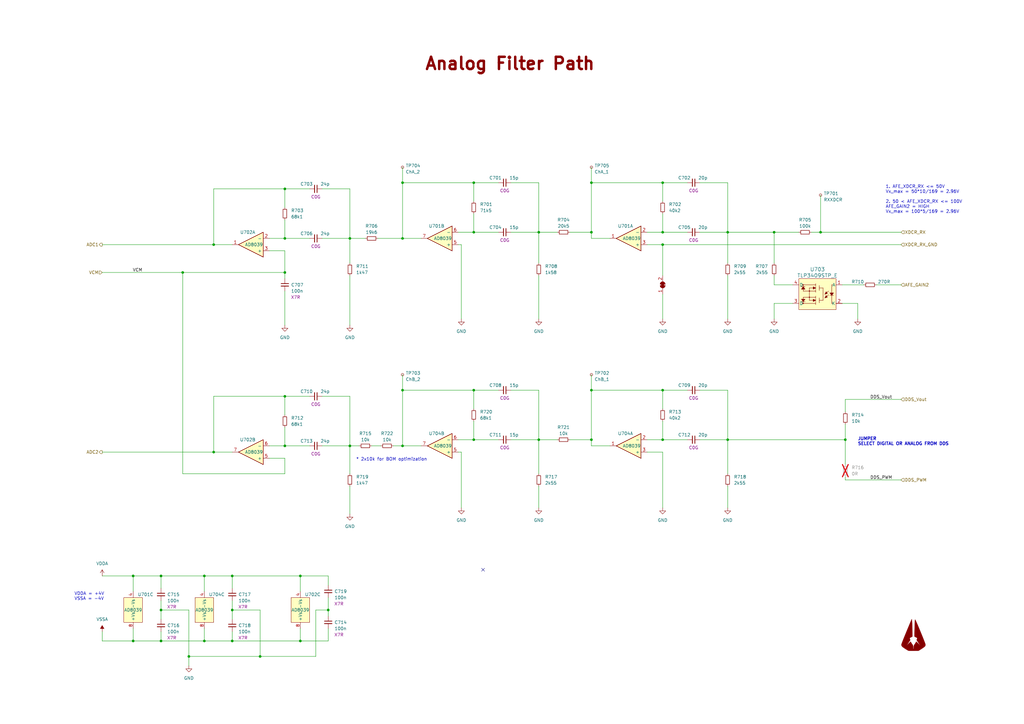
<source format=kicad_sch>
(kicad_sch (version 20230121) (generator eeschema)
  (paper "A3")
  (title_block (title "Velocity Sensor - Version 04") (date "2023-09-07") (rev "A") (company "Swiss Ocean Tech AG") (comment 1 "Designer: SNI, EVE"))
  (lib_symbols
    (symbol "Connector:TestPoint_Small" (pin_numbers hide) (pin_names (offset 0.762) hide)
      (property "Reference" "TP" (at 0 3.81 0))
      (property "Value" "TestPoint_Small" (at 0 2.032 0))
      (symbol "TestPoint_Small_0_1"
        (circle (center 0 0) (radius 0.508))
      )
      (symbol "TestPoint_Small_1_1"
        (pin passive line (at 0 0 90) (length 0) (name "1") (number "1"))
      )
    )
    (symbol "Device:C_Small" (pin_numbers hide) (pin_names (offset 0.254) hide)
      (property "Reference" "C" (at 0.254 1.778 0))
      (property "Value" "C_Small" (at 0.254 -2.032 0))
      (symbol "C_Small_0_1"
        (polyline (pts (xy -1.524 -0.508) (xy 1.524 -0.508)) (stroke (width 0.3302)))
        (polyline (pts (xy -1.524 0.508) (xy 1.524 0.508)) (stroke (width 0.3048)))
      )
      (symbol "C_Small_1_1"
        (pin passive line (at 0 2.54 270) (length 2.032) (name "~") (number "1"))
        (pin passive line (at 0 -2.54 90) (length 2.032) (name "~") (number "2"))
      )
    )
    (symbol "Device:R_Small" (pin_numbers hide) (pin_names (offset 0.254) hide)
      (property "Reference" "R" (at 0.762 0.508 0))
      (property "Value" "R_Small" (at 0.762 -1.016 0))
      (symbol "R_Small_0_1"
        (rectangle (start -0.762 1.778) (end 0.762 -1.778) (stroke (width 0.2032)))
      )
      (symbol "R_Small_1_1"
        (pin passive line (at 0 2.54 270) (length 0.762) (name "~") (number "1"))
        (pin passive line (at 0 -2.54 90) (length 0.762) (name "~") (number "2"))
      )
    )
    (symbol "Jumper:SolderJumper_2_Bridged" (pin_names (offset 0) hide)
      (property "Reference" "JP" (at 0 2.032 0))
      (property "Value" "SolderJumper_2_Bridged" (at 0 -2.54 0))
      (symbol "SolderJumper_2_Bridged_0_1"
        (rectangle (start -0.508 0.508) (end 0.508 -0.508) (fill (type outline)))
        (arc (start -0.254 1.016) (mid -1.2656 0) (end -0.254 -1.016))
        (arc (start -0.254 1.016) (mid -1.2656 0) (end -0.254 -1.016) (fill (type outline)))
        (polyline (pts (xy -0.254 1.016) (xy -0.254 -1.016)))
        (polyline (pts (xy 0.254 1.016) (xy 0.254 -1.016)))
        (arc (start 0.254 -1.016) (mid 1.2656 0) (end 0.254 1.016))
        (arc (start 0.254 -1.016) (mid 1.2656 0) (end 0.254 1.016) (fill (type outline)))
      )
      (symbol "SolderJumper_2_Bridged_1_1"
        (pin passive line (at -3.81 0 0) (length 2.54) (name "A") (number "1"))
        (pin passive line (at 3.81 0 180) (length 2.54) (name "B") (number "2"))
      )
    )
    (symbol "SOC_Logo:LOGO_AGU" (pin_names (offset 1.016))
      (symbol "LOGO_AGU_0_0"
        (polyline (pts (xy 0.0878 -6.5817) (xy 2.0806 -6.5616) (xy 3.3428 -5.7571) (xy 3.7441 -5.4975) (xy 4.1782 -5.1993) (xy 4.4948 -4.9505) (xy 4.7116 -4.7326) (xy 4.8463 -4.5267) (xy 4.9169 -4.3143) (xy 4.9409 -4.0766) (xy 4.9154 -3.9495) (xy 4.8325 -3.6865) (xy 4.6982 -3.3067) (xy 4.5188 -2.8254) (xy 4.3007 -2.2577) (xy 4.05 -1.619) (xy 3.7733 -0.9245) (xy 3.4766 -0.1893) (xy 3.1665 0.5711) (xy 2.8491 1.3417) (xy 2.5308 2.1072) (xy 2.2179 2.8523) (xy 1.9167 3.5617) (xy 1.6335 4.2204) (xy 1.3746 4.8129) (xy 1.1463 5.3242) (xy 0.9549 5.7389) (xy 0.8068 6.0417) (xy 0.7083 6.2176) (xy 0.6655 6.2512) (xy 0.6594 6.2245) (xy 0.6355 6.0296) (xy 0.609 5.6969) (xy 0.5808 5.2509) (xy 0.552 4.7161) (xy 0.5238 4.117) (xy 0.497 3.4782) (xy 0.4728 2.8243) (xy 0.4522 2.1797) (xy 0.4363 1.569) (xy 0.4261 1.0167) (xy 0.4226 0.5474) (xy 0.4233 -0.7256) (xy 0.9737 -0.997) (xy 1.0044 -1.0123) (xy 1.2673 -1.1558) (xy 1.4534 -1.2798) (xy 1.524 -1.3587) (xy 1.52 -1.3999) (xy 1.486 -1.5814) (xy 1.4284 -1.8285) (xy 1.3328 -2.2081) (xy 2.069 -3.3265) (xy 2.8051 -4.445) (xy 1.9857 -3.6149) (xy 1.8886 -3.5169) (xy 1.6022 -3.2321) (xy 1.368 -3.0054) (xy 1.2078 -2.8578) (xy 1.1438 -2.8106) (xy 1.1291 -2.8341) (xy 1.0553 -2.9712) (xy 0.9465 -3.1834) (xy 0.8709 -3.3218) (xy 0.6802 -3.628) (xy 0.4746 -3.9194) (xy 0.4606 -3.9379) (xy 0.328 -4.1239) (xy 0.241 -4.2924) (xy 0.1861 -4.4902) (xy 0.1499 -4.7638) (xy 0.1191 -5.1598) (xy 0.0991 -5.4109) (xy 0.0656 -5.7207) (xy 0.0311 -5.9327) (xy 0.0006 -6.0113) (xy -0.0192 -5.9745) (xy -0.0524 -5.8018) (xy -0.0859 -5.52) (xy -0.1147 -5.1648) (xy -0.1178 -5.1177) (xy -0.1471 -4.7382) (xy -0.1835 -4.476) (xy -0.2406 -4.2844) (xy -0.3319 -4.1161) (xy -0.4709 -3.9244) (xy -0.5847 -3.7681) (xy -0.7898 -3.4569) (xy -0.9465 -3.1834) (xy -1 -3.0781) (xy -1.0944 -2.8962) (xy -1.1401 -2.8143) (xy -1.1482 -2.8175) (xy -1.244 -2.8995) (xy -1.4299 -3.0744) (xy -1.6837 -3.3211) (xy -1.9833 -3.6186) (xy -2.8079 -4.445) (xy -2.0704 -3.3265) (xy -1.3329 -2.2081) (xy -1.4284 -1.8285) (xy -1.4555 -1.7172) (xy -1.5046 -1.4903) (xy -1.524 -1.3587) (xy -1.5232 -1.3532) (xy -1.4385 -1.2683) (xy -1.2425 -1.1411) (xy -0.9737 -0.997) (xy -0.4233 -0.7256) (xy -0.422 0.5474) (xy -0.4224 0.7045) (xy -0.4282 1.1676) (xy -0.4401 1.708) (xy -0.457 2.3034) (xy -0.478 2.9313) (xy -0.5022 3.5693) (xy -0.5285 4.195) (xy -0.556 4.7859) (xy -0.5837 5.3197) (xy -0.6106 5.7739) (xy -0.6359 6.1261) (xy -0.6584 6.3538) (xy -0.6772 6.4347) (xy -0.6851 6.4237) (xy -0.748 6.2919) (xy -0.8679 6.0213) (xy -1.0392 5.6251) (xy -1.2564 5.1162) (xy -1.5139 4.5075) (xy -1.8064 3.8121) (xy -2.1282 3.043) (xy -2.4739 2.213) (xy -2.838 1.3353) (xy -3.0126 0.9132) (xy -3.4507 -0.1505) (xy -3.8259 -1.0691) (xy -4.1412 -1.8502) (xy -4.3995 -2.5015) (xy -4.6039 -3.0306) (xy -4.7572 -3.4451) (xy -4.8625 -3.7527) (xy -4.9228 -3.9611) (xy -4.9409 -4.0779) (xy -4.9399 -4.1077) (xy -4.9062 -4.3573) (xy -4.8153 -4.583) (xy -4.6487 -4.8055) (xy -4.3879 -5.0452) (xy -4.0142 -5.3226) (xy -3.5091 -5.6582) (xy -3.3266 -5.7751) (xy -2.9347 -6.0221) (xy -2.588 -6.2356) (xy -2.3187 -6.3957) (xy -2.159 -6.4828) (xy -2.1376 -6.4921) (xy -2.0042 -6.5296) (xy -1.8028 -6.5568) (xy -1.5131 -6.5748) (xy -1.115 -6.5843) (xy -0.5881 -6.5863) (xy 0.0878 -6.5817)) (stroke (width 0.01)) (fill (type outline)))
      )
    )
    (symbol "SOC_Misc:TLP3409STP_E" (pin_names (offset 0.254))
      (property "Reference" "U" (at 7.62 3.81 0))
      (property "Value" "TLP3409STP_E" (at 7.62 1.27 0))
      (symbol "TLP3409STP_E_0_1"
        (polyline (pts (xy -2.54 -10.16) (xy 0 -10.16)))
        (polyline (pts (xy 0 -2.54) (xy 0 -2.54)))
        (polyline (pts (xy 1.016 -6.858) (xy 2.54 -6.858)))
        (polyline (pts (xy 1.7272 -2.5146) (xy 1.397 -2.5146)))
        (polyline (pts (xy 1.7526 -10.16) (xy 1.4224 -10.16)))
        (polyline (pts (xy 1.778 -10.16) (xy 1.778 -6.858)))
        (polyline (pts (xy 1.778 -2.54) (xy 1.778 -5.842)))
        (polyline (pts (xy 4.572 -7.874) (xy 3.048 -6.604)))
        (polyline (pts (xy 4.572 -6.35) (xy 3.048 -5.08)))
        (polyline (pts (xy 5.334 -3.81) (xy 5.334 -8.89)))
        (polyline (pts (xy 6.858 -8.89) (xy 5.334 -8.89)))
        (polyline (pts (xy 6.858 -7.874) (xy 6.858 -9.906)))
        (polyline (pts (xy 6.858 -3.81) (xy 5.334 -3.81)))
        (polyline (pts (xy 6.858 -2.794) (xy 6.858 -4.826)))
        (polyline (pts (xy 8.382 -10.16) (xy 13.4366 -10.16)))
        (polyline (pts (xy 8.382 -9.652) (xy 8.382 -10.668)))
        (polyline (pts (xy 8.382 -8.382) (xy 8.382 -9.398)))
        (polyline (pts (xy 8.382 -7.62) (xy 13.462 -7.62)))
        (polyline (pts (xy 8.382 -7.112) (xy 8.382 -8.128)))
        (polyline (pts (xy 8.382 -5.08) (xy 13.462 -5.08)))
        (polyline (pts (xy 8.382 -4.572) (xy 8.382 -5.588)))
        (polyline (pts (xy 8.382 -3.302) (xy 8.382 -4.318)))
        (polyline (pts (xy 8.382 -2.54) (xy 13.4366 -2.54)))
        (polyline (pts (xy 8.382 -2.032) (xy 8.382 -3.048)))
        (polyline (pts (xy 9.398 -8.89) (xy 10.922 -8.89)))
        (polyline (pts (xy 9.398 -3.81) (xy 10.922 -3.81)))
        (polyline (pts (xy 10.922 -3.81) (xy 10.922 -8.89)))
        (polyline (pts (xy 12.7 -9.398) (xy 14.224 -9.398)))
        (polyline (pts (xy 12.7 -3.302) (xy 14.224 -3.302)))
        (polyline (pts (xy 13.462 -9.398) (xy 13.462 -10.16)))
        (polyline (pts (xy 13.462 -7.62) (xy 13.462 -8.382)))
        (polyline (pts (xy 13.462 -4.318) (xy 13.462 -5.08)))
        (polyline (pts (xy 13.462 -2.54) (xy 13.462 -3.302)))
        (polyline (pts (xy 13.97 -10.16) (xy 13.6398 -10.16)))
        (polyline (pts (xy 13.97 -2.54) (xy 13.6398 -2.54)))
        (polyline (pts (xy 1.016 -5.842) (xy 1.016 -5.842) (xy 2.54 -5.842) (xy 1.778 -6.858) (xy 1.016 -5.842)) (fill (type outline)))
        (polyline (pts (xy 4.572 -7.874) (xy 4.572 -7.874) (xy 4.064 -6.858) (xy 3.556 -7.62) (xy 4.572 -7.874)) (fill (type outline)))
        (polyline (pts (xy 4.572 -6.35) (xy 4.572 -6.35) (xy 4.064 -5.334) (xy 3.556 -6.096) (xy 4.572 -6.35)) (fill (type outline)))
        (polyline (pts (xy 8.382 -8.89) (xy 8.382 -8.89) (xy 9.398 -8.382) (xy 9.398 -9.398) (xy 8.382 -8.89)) (fill (type outline)))
        (polyline (pts (xy 8.382 -3.81) (xy 8.382 -3.81) (xy 9.398 -3.302) (xy 9.398 -4.318) (xy 8.382 -3.81)) (fill (type outline)))
        (polyline (pts (xy 12.7 -8.382) (xy 12.7 -8.382) (xy 14.224 -8.382) (xy 13.462 -9.398) (xy 12.7 -8.382)) (fill (type outline)))
        (polyline (pts (xy 13.462 -3.302) (xy 13.462 -3.302) (xy 12.7 -4.318) (xy 14.224 -4.318) (xy 13.462 -3.302)) (fill (type outline)))
        (circle (center 10.922 -7.62) (radius 0.127) (stroke (width 0.254)))
        (circle (center 10.922 -5.08) (radius 0.127) (stroke (width 0.254)))
        (circle (center 13.462 -10.16) (radius 0.127) (stroke (width 0.254)))
        (circle (center 13.462 -2.54) (radius 0.127) (stroke (width 0.254)))
      )
      (symbol "TLP3409STP_E_1_1"
        (rectangle (start 0 0) (end 15.24 -12.7) (fill (type background)))
        (pin unspecified line (at -2.54 -2.54 0) (length 2.54) (name "A") (number "1"))
        (pin unspecified line (at -2.54 -10.16 0) (length 2.54) (name "K") (number "2"))
        (pin unspecified line (at 17.78 -10.16 180) (length 2.54) (name "D") (number "3"))
        (pin unspecified line (at 17.78 -2.54 180) (length 2.54) (name "D") (number "4"))
      )
    )
    (symbol "SOC_OpAmp:AD8039"
      (property "Reference" "U" (at -3.81 6.35 0))
      (property "Value" "AD8039" (at 0 0 0))
      (symbol "AD8039_1_1"
        (polyline (pts (xy -3.81 5.08) (xy 6.35 0) (xy -3.81 -5.08) (xy -3.81 5.08)) (stroke (width 0.254)) (fill (type background)))
        (pin output line (at 8.89 0 180) (length 2.54) (name "~") (number "1"))
        (pin input line (at -6.35 -2.54 0) (length 2.54) (name "-") (number "2"))
        (pin input line (at -6.35 2.54 0) (length 2.54) (name "+") (number "3"))
      )
      (symbol "AD8039_2_1"
        (polyline (pts (xy -3.81 5.08) (xy 6.35 0) (xy -3.81 -5.08) (xy -3.81 5.08)) (stroke (width 0.254)) (fill (type background)))
        (pin input line (at -6.35 2.54 0) (length 2.54) (name "+") (number "5"))
        (pin input line (at -6.35 -2.54 0) (length 2.54) (name "-") (number "6"))
        (pin output line (at 8.89 0 180) (length 2.54) (name "~") (number "7"))
      )
      (symbol "AD8039_3_1"
        (rectangle (start -3.81 5.08) (end 3.81 -5.08) (fill (type background)))
        (pin power_in line (at 0 -7.62 90) (length 2.54) (name "-Vs") (number "4"))
        (pin power_in line (at 0 7.62 270) (length 2.54) (name "+Vs") (number "8"))
      )
    )
    (symbol "power:GND" (power) (pin_names (offset 0))
      (property "Value" "GND" (at 0 -3.81 0))
      (symbol "GND_0_1"
        (polyline (pts (xy 0 0) (xy 0 -1.27) (xy 1.27 -1.27) (xy 0 -2.54) (xy -1.27 -1.27) (xy 0 -1.27)))
      )
      (symbol "GND_1_1"
        (pin power_in line (at 0 0 270) (length 0) hide (name "GND") (number "1"))
      )
    )
    (symbol "power:VDDA" (power) (pin_names (offset 0))
      (property "Value" "VDDA" (at 0 3.81 0))
      (symbol "VDDA_0_1"
        (polyline (pts (xy -0.762 1.27) (xy 0 2.54)))
        (polyline (pts (xy 0 0) (xy 0 2.54)))
        (polyline (pts (xy 0 2.54) (xy 0.762 1.27)))
      )
      (symbol "VDDA_1_1"
        (pin power_in line (at 0 0 90) (length 0) hide (name "VDDA") (number "1"))
      )
    )
    (symbol "power:VSSA" (power) (pin_names (offset 0))
      (property "Value" "VSSA" (at 0 3.81 0))
      (symbol "VSSA_0_1"
        (polyline (pts (xy 0 0) (xy 0 2.54)))
        (polyline (pts (xy 0.762 1.27) (xy -0.762 1.27) (xy 0 2.54) (xy 0.762 1.27)) (fill (type outline)))
      )
      (symbol "VSSA_1_1"
        (pin power_in line (at 0 0 90) (length 0) hide (name "VSSA") (number "1"))
      )
    )
  )
  (junction (at 54.61 262.89))
  (junction (at 194.31 180.34))
  (junction (at 271.78 100.33))
  (junction (at 87.63 100.33))
  (junction (at 165.1 160.02))
  (junction (at 298.45 95.25))
  (junction (at 242.57 95.25))
  (junction (at 66.04 236.22))
  (junction (at 242.57 74.93))
  (junction (at 95.25 236.22))
  (junction (at 116.84 162.56))
  (junction (at 123.19 236.22))
  (junction (at 271.78 160.02))
  (junction (at 95.25 262.89))
  (junction (at 346.71 180.34))
  (junction (at 194.31 160.02))
  (junction (at 194.31 74.93))
  (junction (at 116.84 97.79))
  (junction (at 83.82 236.22))
  (junction (at 66.04 250.19))
  (junction (at 116.84 182.88))
  (junction (at 317.5 95.25))
  (junction (at 123.19 262.89))
  (junction (at 194.31 95.25))
  (junction (at 116.84 77.47))
  (junction (at 298.45 180.34))
  (junction (at 336.55 95.25))
  (junction (at 220.98 95.25))
  (junction (at 106.68 269.24))
  (junction (at 242.57 180.34))
  (junction (at 74.93 111.76))
  (junction (at 165.1 182.88))
  (junction (at 165.1 74.93))
  (junction (at 87.63 185.42))
  (junction (at 83.82 262.89))
  (junction (at 271.78 95.25))
  (junction (at 143.51 182.88))
  (junction (at 271.78 74.93))
  (junction (at 66.04 262.89))
  (junction (at 95.25 250.19))
  (junction (at 116.84 111.76))
  (junction (at 271.78 180.34))
  (junction (at 134.62 250.19))
  (junction (at 165.1 97.79))
  (junction (at 242.57 160.02))
  (junction (at 220.98 180.34))
  (junction (at 143.51 97.79))
  (junction (at 54.61 236.22))
  (junction (at 77.47 269.24))
  (no_connect (at 198.12 233.68))
  (wire (pts (xy 298.45 95.25) (xy 298.45 107.95)))
  (wire (pts (xy 242.57 74.93) (xy 271.78 74.93)))
  (wire (pts (xy 187.96 180.34) (xy 194.31 180.34)))
  (wire (pts (xy 271.78 180.34) (xy 281.94 180.34)))
  (wire (pts (xy 298.45 180.34) (xy 298.45 194.31)))
  (wire (pts (xy 271.78 87.63) (xy 271.78 95.25)))
  (wire (pts (xy 83.82 262.89) (xy 95.25 262.89)))
  (wire (pts (xy 189.23 100.33) (xy 189.23 130.81)))
  (wire (pts (xy 209.55 95.25) (xy 220.98 95.25)))
  (wire (pts (xy 220.98 113.03) (xy 220.98 130.81)))
  (wire (pts (xy 152.4 182.88) (xy 156.21 182.88)))
  (wire (pts (xy 77.47 269.24) (xy 77.47 273.05)))
  (wire (pts (xy 41.91 111.76) (xy 74.93 111.76)))
  (wire (pts (xy 242.57 97.79) (xy 250.19 97.79)))
  (wire (pts (xy 134.62 245.11) (xy 134.62 250.19)))
  (wire (pts (xy 242.57 74.93) (xy 242.57 95.25)))
  (wire (pts (xy 95.25 262.89) (xy 95.25 259.08)))
  (wire (pts (xy 298.45 74.93) (xy 298.45 95.25)))
  (wire (pts (xy 271.78 185.42) (xy 271.78 208.28)))
  (wire (pts (xy 87.63 162.56) (xy 116.84 162.56)))
  (wire (pts (xy 336.55 95.25) (xy 369.57 95.25)))
  (wire (pts (xy 271.78 74.93) (xy 281.94 74.93)))
  (wire (pts (xy 134.62 257.81) (xy 134.62 262.89)))
  (wire (pts (xy 132.08 182.88) (xy 143.51 182.88)))
  (wire (pts (xy 165.1 160.02) (xy 194.31 160.02)))
  (wire (pts (xy 265.43 95.25) (xy 271.78 95.25)))
  (wire (pts (xy 165.1 182.88) (xy 172.72 182.88)))
  (wire (pts (xy 209.55 160.02) (xy 220.98 160.02)))
  (wire (pts (xy 271.78 100.33) (xy 271.78 113.03)))
  (wire (pts (xy 66.04 236.22) (xy 83.82 236.22)))
  (wire (pts (xy 271.78 172.72) (xy 271.78 180.34)))
  (wire (pts (xy 83.82 236.22) (xy 95.25 236.22)))
  (wire (pts (xy 116.84 194.31) (xy 74.93 194.31)))
  (wire (pts (xy 317.5 95.25) (xy 327.66 95.25)))
  (wire (pts (xy 143.51 199.39) (xy 143.51 210.82)))
  (wire (pts (xy 220.98 199.39) (xy 220.98 208.28)))
  (wire (pts (xy 116.84 119.38) (xy 116.84 133.35)))
  (wire (pts (xy 220.98 160.02) (xy 220.98 180.34)))
  (wire (pts (xy 66.04 262.89) (xy 66.04 259.08)))
  (wire (pts (xy 95.25 236.22) (xy 95.25 241.3)))
  (wire (pts (xy 242.57 182.88) (xy 250.19 182.88)))
  (wire (pts (xy 165.1 68.58) (xy 165.1 74.93)))
  (wire (pts (xy 95.25 250.19) (xy 106.68 250.19)))
  (wire (pts (xy 271.78 74.93) (xy 271.78 82.55)))
  (wire (pts (xy 87.63 185.42) (xy 87.63 162.56)))
  (wire (pts (xy 271.78 160.02) (xy 271.78 167.64)))
  (wire (pts (xy 116.84 182.88) (xy 127 182.88)))
  (wire (pts (xy 346.71 195.58) (xy 346.71 196.85)))
  (wire (pts (xy 298.45 199.39) (xy 298.45 208.28)))
  (wire (pts (xy 83.82 262.89) (xy 83.82 257.81)))
  (wire (pts (xy 346.71 173.99) (xy 346.71 180.34)))
  (wire (pts (xy 194.31 87.63) (xy 194.31 95.25)))
  (wire (pts (xy 41.91 100.33) (xy 87.63 100.33)))
  (wire (pts (xy 83.82 236.22) (xy 83.82 242.57)))
  (wire (pts (xy 110.49 97.79) (xy 116.84 97.79)))
  (wire (pts (xy 41.91 259.08) (xy 41.91 262.89)))
  (wire (pts (xy 154.94 97.79) (xy 165.1 97.79)))
  (wire (pts (xy 220.98 95.25) (xy 228.6 95.25)))
  (wire (pts (xy 345.44 116.84) (xy 354.33 116.84)))
  (wire (pts (xy 87.63 100.33) (xy 87.63 77.47)))
  (wire (pts (xy 41.91 236.22) (xy 54.61 236.22)))
  (wire (pts (xy 317.5 113.03) (xy 317.5 116.84)))
  (wire (pts (xy 242.57 160.02) (xy 271.78 160.02)))
  (wire (pts (xy 134.62 250.19) (xy 129.54 250.19)))
  (wire (pts (xy 143.51 97.79) (xy 149.86 97.79)))
  (wire (pts (xy 359.41 116.84) (xy 369.57 116.84)))
  (wire (pts (xy 95.25 250.19) (xy 95.25 254)))
  (wire (pts (xy 110.49 187.96) (xy 116.84 187.96)))
  (wire (pts (xy 194.31 172.72) (xy 194.31 180.34)))
  (wire (pts (xy 242.57 160.02) (xy 242.57 180.34)))
  (wire (pts (xy 116.84 162.56) (xy 116.84 170.18)))
  (wire (pts (xy 95.25 236.22) (xy 123.19 236.22)))
  (wire (pts (xy 116.84 175.26) (xy 116.84 182.88)))
  (wire (pts (xy 194.31 160.02) (xy 204.47 160.02)))
  (wire (pts (xy 346.71 180.34) (xy 346.71 190.5)))
  (wire (pts (xy 317.5 124.46) (xy 317.5 130.81)))
  (wire (pts (xy 116.84 162.56) (xy 127 162.56)))
  (wire (pts (xy 123.19 257.81) (xy 123.19 262.89)))
  (wire (pts (xy 336.55 80.01) (xy 336.55 95.25)))
  (wire (pts (xy 106.68 269.24) (xy 129.54 269.24)))
  (wire (pts (xy 66.04 250.19) (xy 77.47 250.19)))
  (wire (pts (xy 143.51 182.88) (xy 147.32 182.88)))
  (wire (pts (xy 220.98 180.34) (xy 228.6 180.34)))
  (wire (pts (xy 220.98 74.93) (xy 220.98 95.25)))
  (wire (pts (xy 116.84 97.79) (xy 127 97.79)))
  (wire (pts (xy 265.43 100.33) (xy 271.78 100.33)))
  (wire (pts (xy 165.1 182.88) (xy 165.1 160.02)))
  (wire (pts (xy 194.31 160.02) (xy 194.31 167.64)))
  (wire (pts (xy 143.51 97.79) (xy 143.51 107.95)))
  (wire (pts (xy 287.02 74.93) (xy 298.45 74.93)))
  (wire (pts (xy 116.84 111.76) (xy 116.84 102.87)))
  (wire (pts (xy 325.12 116.84) (xy 317.5 116.84)))
  (wire (pts (xy 129.54 250.19) (xy 129.54 269.24)))
  (wire (pts (xy 132.08 97.79) (xy 143.51 97.79)))
  (wire (pts (xy 265.43 185.42) (xy 271.78 185.42)))
  (wire (pts (xy 132.08 162.56) (xy 143.51 162.56)))
  (wire (pts (xy 116.84 187.96) (xy 116.84 194.31)))
  (wire (pts (xy 271.78 160.02) (xy 281.94 160.02)))
  (wire (pts (xy 345.44 124.46) (xy 351.79 124.46)))
  (wire (pts (xy 165.1 153.67) (xy 165.1 160.02)))
  (wire (pts (xy 242.57 68.58) (xy 242.57 74.93)))
  (wire (pts (xy 287.02 95.25) (xy 298.45 95.25)))
  (wire (pts (xy 95.25 246.38) (xy 95.25 250.19)))
  (wire (pts (xy 325.12 124.46) (xy 317.5 124.46)))
  (wire (pts (xy 287.02 180.34) (xy 298.45 180.34)))
  (wire (pts (xy 116.84 90.17) (xy 116.84 97.79)))
  (wire (pts (xy 242.57 180.34) (xy 242.57 182.88)))
  (wire (pts (xy 233.68 95.25) (xy 242.57 95.25)))
  (wire (pts (xy 106.68 269.24) (xy 106.68 250.19)))
  (wire (pts (xy 74.93 111.76) (xy 74.93 194.31)))
  (wire (pts (xy 41.91 262.89) (xy 54.61 262.89)))
  (wire (pts (xy 242.57 153.67) (xy 242.57 160.02)))
  (wire (pts (xy 134.62 262.89) (xy 123.19 262.89)))
  (wire (pts (xy 165.1 74.93) (xy 194.31 74.93)))
  (wire (pts (xy 298.45 160.02) (xy 298.45 180.34)))
  (wire (pts (xy 74.93 111.76) (xy 116.84 111.76)))
  (wire (pts (xy 143.51 182.88) (xy 143.51 194.31)))
  (wire (pts (xy 66.04 262.89) (xy 83.82 262.89)))
  (wire (pts (xy 298.45 95.25) (xy 317.5 95.25)))
  (wire (pts (xy 116.84 77.47) (xy 116.84 85.09)))
  (wire (pts (xy 194.31 95.25) (xy 204.47 95.25)))
  (wire (pts (xy 41.91 185.42) (xy 87.63 185.42)))
  (wire (pts (xy 265.43 180.34) (xy 271.78 180.34)))
  (wire (pts (xy 165.1 97.79) (xy 172.72 97.79)))
  (wire (pts (xy 87.63 185.42) (xy 95.25 185.42)))
  (wire (pts (xy 220.98 180.34) (xy 220.98 194.31)))
  (wire (pts (xy 110.49 102.87) (xy 116.84 102.87)))
  (wire (pts (xy 134.62 236.22) (xy 134.62 240.03)))
  (wire (pts (xy 187.96 100.33) (xy 189.23 100.33)))
  (wire (pts (xy 189.23 185.42) (xy 189.23 208.28)))
  (wire (pts (xy 143.51 162.56) (xy 143.51 182.88)))
  (wire (pts (xy 66.04 236.22) (xy 66.04 241.3)))
  (wire (pts (xy 77.47 269.24) (xy 106.68 269.24)))
  (wire (pts (xy 132.08 77.47) (xy 143.51 77.47)))
  (wire (pts (xy 54.61 257.81) (xy 54.61 262.89)))
  (wire (pts (xy 271.78 95.25) (xy 281.94 95.25)))
  (wire (pts (xy 87.63 77.47) (xy 116.84 77.47)))
  (wire (pts (xy 369.57 163.83) (xy 346.71 163.83)))
  (wire (pts (xy 209.55 180.34) (xy 220.98 180.34)))
  (wire (pts (xy 287.02 160.02) (xy 298.45 160.02)))
  (wire (pts (xy 271.78 100.33) (xy 369.57 100.33)))
  (wire (pts (xy 116.84 77.47) (xy 127 77.47)))
  (wire (pts (xy 123.19 236.22) (xy 134.62 236.22)))
  (wire (pts (xy 66.04 250.19) (xy 66.04 254)))
  (wire (pts (xy 66.04 246.38) (xy 66.04 250.19)))
  (wire (pts (xy 161.29 182.88) (xy 165.1 182.88)))
  (wire (pts (xy 110.49 182.88) (xy 116.84 182.88)))
  (wire (pts (xy 77.47 250.19) (xy 77.47 269.24)))
  (wire (pts (xy 123.19 236.22) (xy 123.19 242.57)))
  (wire (pts (xy 165.1 97.79) (xy 165.1 74.93)))
  (wire (pts (xy 187.96 95.25) (xy 194.31 95.25)))
  (wire (pts (xy 298.45 180.34) (xy 346.71 180.34)))
  (wire (pts (xy 233.68 180.34) (xy 242.57 180.34)))
  (wire (pts (xy 317.5 95.25) (xy 317.5 107.95)))
  (wire (pts (xy 346.71 163.83) (xy 346.71 168.91)))
  (wire (pts (xy 54.61 242.57) (xy 54.61 236.22)))
  (wire (pts (xy 298.45 113.03) (xy 298.45 130.81)))
  (wire (pts (xy 194.31 74.93) (xy 194.31 82.55)))
  (wire (pts (xy 134.62 250.19) (xy 134.62 252.73)))
  (wire (pts (xy 194.31 180.34) (xy 204.47 180.34)))
  (wire (pts (xy 116.84 114.3) (xy 116.84 111.76)))
  (wire (pts (xy 87.63 100.33) (xy 95.25 100.33)))
  (wire (pts (xy 143.51 113.03) (xy 143.51 133.35)))
  (wire (pts (xy 54.61 236.22) (xy 66.04 236.22)))
  (wire (pts (xy 194.31 74.93) (xy 204.47 74.93)))
  (wire (pts (xy 242.57 95.25) (xy 242.57 97.79)))
  (wire (pts (xy 209.55 74.93) (xy 220.98 74.93)))
  (wire (pts (xy 271.78 120.65) (xy 271.78 130.81)))
  (wire (pts (xy 369.57 196.85) (xy 346.71 196.85)))
  (wire (pts (xy 187.96 185.42) (xy 189.23 185.42)))
  (wire (pts (xy 54.61 262.89) (xy 66.04 262.89)))
  (wire (pts (xy 143.51 77.47) (xy 143.51 97.79)))
  (wire (pts (xy 336.55 95.25) (xy 332.74 95.25)))
  (wire (pts (xy 351.79 124.46) (xy 351.79 130.81)))
  (wire (pts (xy 95.25 262.89) (xy 123.19 262.89)))
  (wire (pts (xy 220.98 95.25) (xy 220.98 107.95)))
  (text "1. AFE_XDCR_RX <= 50V\nVx_max = 50*10/169 = 2.96V\n\n2. 50 < AFE_XDCR_RX <= 100V \nAFE_GAIN2 = HIGH\nVx_max = 100*5/169 = 2.96V" (at 363.22 87.63 0) (effects (font (size 1.27 1.27)) (justify left bottom)))
  (text "JUMPER\nSELECT DIGITAL OR ANALOG FROM DDS\n" (at 351.79 182.88 0) (effects (font (size 1.27 1.27) bold) (justify left bottom)))
  (text "* 2x10k for BOM optimization" (at 146.05 189.23 0) (effects (font (size 1.27 1.27)) (justify left bottom)))
  (text "VDDA = +4V\nVSSA = -4V" (at 30.48 246.38 0) (effects (font (size 1.27 1.27)) (justify left bottom)))
  (text "Analog Filter Path" (at 173.99 29.21 0) (effects (font (size 5 5) (thickness 1) bold) (justify left bottom)))
  (label "DDS_Vout" (at 356.87 163.83 0))
  (label "DDS_PWM" (at 356.87 196.85 0))
  (label "VCM" (at 58.42 111.76 180))
  (hierarchical_label "AFE_GAIN2" (shape input) (at 369.57 116.84 0))
  (hierarchical_label "ADC1" (shape output) (at 41.91 100.33 180))
  (hierarchical_label "XDCR_RX" (shape input) (at 369.57 95.25 0))
  (hierarchical_label "DDS_PWM" (shape input) (at 369.57 196.85 0))
  (hierarchical_label "VCM" (shape input) (at 41.91 111.76 180))
  (hierarchical_label "DDS_Vout" (shape input) (at 369.57 163.83 0))
  (hierarchical_label "XDCR_RX_GND" (shape input) (at 369.57 100.33 0))
  (hierarchical_label "ADC2" (shape output) (at 41.91 185.42 180))
  (symbol (lib_id "Device:R_Small") (at 143.51 196.85 180) (unit 1)
    (property "Reference" "R719" (at 146.05 195.58 0) (effects (justify right)))
    (property "Value" "1k47" (at 146.05 198.12 0) (effects (justify right)))
    (property "Footprint" "Resistor_SMD:R_0402_1005Metric" (effects hide))
    (property "Digikey_PN" "YAG3038CT-ND" (effects hide))
    (property "MPN" "RC0402FR-071K47L" (effects hide))
  )
  (symbol (lib_id "SOC_Logo:LOGO_AGU") (at 374.65 260.35 0) (unit 1) (in_bom no)
    (property "Reference" "Logo701" (effects hide))
    (property "Value" "LOGO_AGU" (effects hide))
    (property "Footprint" "SOC_Logo:AGU_15mm" (effects hide))
  )
  (symbol (lib_id "Device:C_Small") (at 66.04 243.84 0) (unit 1)
    (property "Reference" "C715" (at 68.58 243.84 0) (effects (justify left)))
    (property "Value" "100n" (at 68.58 246.38 0) (effects (justify left)))
    (property "Footprint" "Capacitor_SMD:C_0402_1005Metric" (effects hide))
    (property "MPN" "CC0402KRX7R9BB104" (effects hide))
    (property "CLASS" "X7R" (at 72.39 248.92 0) (effects (justify right)))
    (property "Description" "0.1uF 0402 50V" (effects hide))
    (property "Digikey_PN" "311-3566-1-ND" (effects hide))
    (property "Voltage" "50V" (effects hide))
  )
  (symbol (lib_id "Device:C_Small") (at 207.01 180.34 270) (mirror x) (unit 1)
    (property "Reference" "C711" (at 203.2 179.07 90) (effects (justify top)))
    (property "Value" "15p" (at 210.82 179.07 90) (effects (justify top)))
    (property "Footprint" "Capacitor_SMD:C_0402_1005Metric" (effects hide))
    (property "MPN" "CC0402JRNPO9BN150" (effects hide))
    (property "Class" "C0G" (at 207.01 182.88 90) (effects (justify bottom)))
    (property "Digikey_PN" "311-1017-1-ND" (effects hide))
  )
  (symbol (lib_id "power:GND") (at 143.51 133.35 0) (mirror y) (unit 1)
    (property "Reference" "#PWR0708" (effects hide))
    (property "Value" "GND" (at 143.51 138.43 0))
  )
  (symbol (lib_id "Device:C_Small") (at 116.84 116.84 0) (unit 1)
    (property "Reference" "C707" (at 119.38 116.84 0) (effects (justify left)))
    (property "Value" "100n" (at 119.38 119.38 0) (effects (justify left)))
    (property "Footprint" "Capacitor_SMD:C_0402_1005Metric" (effects hide))
    (property "MPN" "CC0402KRX7R9BB104" (effects hide))
    (property "CLASS" "X7R" (at 123.19 121.92 0) (effects (justify right)))
    (property "Description" "0.1uF 0402 50V" (effects hide))
    (property "Digikey_PN" "311-3566-1-ND" (effects hide))
    (property "Voltage" "50V" (effects hide))
  )
  (symbol (lib_id "Device:C_Small") (at 129.54 162.56 270) (mirror x) (unit 1)
    (property "Reference" "C710" (at 125.73 161.29 90) (effects (justify top)))
    (property "Value" "24p" (at 133.35 161.29 90) (effects (justify top)))
    (property "Footprint" "Capacitor_SMD:C_0402_1005Metric" (effects hide))
    (property "MPN" "CC0402JRNPO9BN240" (effects hide))
    (property "Class" "C0G" (at 129.54 165.1 90) (effects (justify bottom)))
    (property "Digikey_PN" "311-1348-1-ND" (effects hide))
  )
  (symbol (lib_id "Connector:TestPoint_Small") (at 242.57 153.67 0) (unit 1) (in_bom no)
    (property "Reference" "TP702" (at 243.84 153.035 0) (effects (justify left)))
    (property "Value" "ChB_1" (at 243.84 155.575 0) (effects (justify left)))
    (property "Footprint" "TestPoint:TestPoint_Pad_D1.0mm" (effects hide))
  )
  (symbol (lib_id "Device:R_Small") (at 149.86 182.88 270) (mirror x) (unit 1)
    (property "Reference" "R715" (at 149.86 177.8 90))
    (property "Value" "10k" (at 149.86 180.34 90))
    (property "Footprint" "Resistor_SMD:R_0402_1005Metric" (effects hide))
    (property "Datasheet" "https://mm.digikey.com/Volume0/opasdata/d220001/medias/docus/39/RC_Series_ds.pdf" (effects hide))
    (property "MPN" "RC1005F103CS" (effects hide))
    (property "Description" "RES SMD 10K OHM 1% 1/16W 0402" (effects hide))
    (property "Digikey_PN" "1276-3431-1-ND" (effects hide))
  )
  (symbol (lib_id "Device:R_Small") (at 298.45 196.85 180) (unit 1)
    (property "Reference" "R718" (at 300.99 195.58 0) (effects (justify right)))
    (property "Value" "2k55" (at 300.99 198.12 0) (effects (justify right)))
    (property "Footprint" "Resistor_SMD:R_0402_1005Metric" (effects hide))
    (property "Digikey_PN" "YAG3102CT-ND" (effects hide))
    (property "MPN" "RC0402FR-072K55L" (effects hide))
  )
  (symbol (lib_id "Device:R_Small") (at 220.98 110.49 180) (unit 1)
    (property "Reference" "R708" (at 223.52 109.22 0) (effects (justify right)))
    (property "Value" "1k58" (at 223.52 111.76 0) (effects (justify right)))
    (property "Footprint" "Resistor_SMD:R_0402_1005Metric" (effects hide))
    (property "Digikey_PN" "YAG3041CT-ND" (effects hide))
    (property "MPN" "RC0402FR-071K58L" (effects hide))
  )
  (symbol (lib_id "Device:R_Small") (at 116.84 87.63 180) (unit 1)
    (property "Reference" "R703" (at 119.38 86.36 0) (effects (justify right)))
    (property "Value" "68k1" (at 119.38 88.9 0) (effects (justify right)))
    (property "Footprint" "Resistor_SMD:R_0402_1005Metric" (effects hide))
    (property "Digikey_PN" "YAG3213CT-ND" (effects hide))
    (property "MPN" "RC0402FR-0768K1L" (effects hide))
  )
  (symbol (lib_id "Device:C_Small") (at 207.01 95.25 270) (mirror x) (unit 1)
    (property "Reference" "C704" (at 203.2 93.98 90) (effects (justify top)))
    (property "Value" "15p" (at 210.82 93.98 90) (effects (justify top)))
    (property "Footprint" "Capacitor_SMD:C_0402_1005Metric" (effects hide))
    (property "MPN" "CC0402JRNPO9BN150" (effects hide))
    (property "Class" "C0G" (at 207.01 97.79 90) (effects (justify bottom)))
    (property "Digikey_PN" "311-1017-1-ND" (effects hide))
  )
  (symbol (lib_id "Device:R_Small") (at 231.14 180.34 90) (unit 1)
    (property "Reference" "R721" (at 231.14 175.26 90))
    (property "Value" "10k" (at 231.14 177.8 90))
    (property "Footprint" "Resistor_SMD:R_0402_1005Metric" (effects hide))
    (property "Digikey_PN" "1276-3431-1-ND" (effects hide))
    (property "MPN" "RC1005F103CS" (effects hide))
  )
  (symbol (lib_id "SOC_OpAmp:AD8039") (at 259.08 97.79 180) (unit 1)
    (property "Reference" "U701" (at 256.54 92.71 0))
    (property "Value" "AD8039" (at 259.08 97.79 0))
    (property "Footprint" "Package_TO_SOT_SMD:SOT-23-8" (effects hide))
    (property "Datasheet" "${KICAD_SOC_DATASHEET_DIR}/OpAmp/AD8038_8039.pdf" (effects hide))
    (property "MPN" "AD8039ARTZ-REEL7" (effects hide))
    (property "PN_Digikey" "505-AD8039ARTZ-REEL7CT-ND" (effects hide))
    (property "Digikey_PN" "505-AD8039ARTZ-REEL7CT-ND" (effects hide))
  )
  (symbol (lib_id "Device:C_Small") (at 284.48 95.25 270) (mirror x) (unit 1)
    (property "Reference" "C705" (at 280.67 93.98 90) (effects (justify top)))
    (property "Value" "20p" (at 288.29 93.98 90) (effects (justify top)))
    (property "Footprint" "Capacitor_SMD:C_0402_1005Metric" (effects hide))
    (property "MPN" "CC0402JRNPO9BN200" (effects hide))
    (property "Class" "C0G" (at 284.48 97.79 90) (effects (justify bottom)))
    (property "Digikey_PN" "311-1417-1-ND" (effects hide))
  )
  (symbol (lib_id "Device:C_Small") (at 95.25 256.54 0) (unit 1)
    (property "Reference" "C718" (at 97.79 256.54 0) (effects (justify left)))
    (property "Value" "100n" (at 97.79 259.08 0) (effects (justify left)))
    (property "Footprint" "Capacitor_SMD:C_0402_1005Metric" (effects hide))
    (property "MPN" "CC0402KRX7R9BB104" (effects hide))
    (property "CLASS" "X7R" (at 101.6 261.62 0) (effects (justify right)))
    (property "Description" "0.1uF 0402 50V" (effects hide))
    (property "Digikey_PN" "311-3566-1-ND" (effects hide))
    (property "Voltage" "50V" (effects hide))
  )
  (symbol (lib_id "Device:R_Small") (at 152.4 97.79 90) (unit 1)
    (property "Reference" "R706" (at 152.4 92.71 90))
    (property "Value" "19k6" (at 152.4 95.25 90))
    (property "Footprint" "Resistor_SMD:R_0402_1005Metric" (effects hide))
    (property "Digikey_PN" "YAG3026CT-ND" (effects hide))
    (property "MPN" "RC0402FR-0719K6L" (effects hide))
  )
  (symbol (lib_id "Device:R_Small") (at 330.2 95.25 90) (unit 1)
    (property "Reference" "R705" (at 330.2 90.17 90))
    (property "Value" "100k" (at 330.2 92.71 90))
    (property "Footprint" "Resistor_SMD:R_0603_1608Metric" (effects hide))
    (property "Digikey_PN" "311-100KLRCT-ND" (effects hide))
    (property "MPN" "RC0402FR-07100KL" (effects hide))
    (instances (project "pp1_vsensor_v4" (path "" (reference "R705") (unit 1))) (project "poc_vsensor_v3_interface" (path "" (reference "R504") (unit 1)) (path "" (reference "R501") (unit 1))))
  )
  (symbol (lib_id "Device:R_Small") (at 298.45 110.49 180) (unit 1)
    (property "Reference" "R709" (at 300.99 109.22 0) (effects (justify right)))
    (property "Value" "2k55" (at 300.99 111.76 0) (effects (justify right)))
    (property "Footprint" "Resistor_SMD:R_0402_1005Metric" (effects hide))
    (property "Digikey_PN" "YAG3102CT-ND" (effects hide))
    (property "MPN" "RC0402FR-072K55L" (effects hide))
    (instances (project "pp1_vsensor_v4" (path "" (reference "R709") (unit 1))) (project "poc_vsensor_v3_interface" (path "" (reference "R506") (unit 1)) (path "" (reference "R503") (unit 1))))
  )
  (symbol (lib_id "Device:C_Small") (at 129.54 97.79 270) (mirror x) (unit 1)
    (property "Reference" "C706" (at 125.73 96.52 90) (effects (justify top)))
    (property "Value" "24p" (at 133.35 96.52 90) (effects (justify top)))
    (property "Footprint" "Capacitor_SMD:C_0402_1005Metric" (effects hide))
    (property "MPN" "CC0402JRNPO9BN240" (effects hide))
    (property "Class" "C0G" (at 129.54 100.33 90) (effects (justify bottom)))
    (property "Digikey_PN" "311-1348-1-ND" (effects hide))
  )
  (symbol (lib_id "Device:R_Small") (at 194.31 170.18 180) (unit 1)
    (property "Reference" "R720" (at 196.85 168.91 0) (effects (justify right)))
    (property "Value" "68k1" (at 196.85 171.45 0) (effects (justify right)))
    (property "Footprint" "Resistor_SMD:R_0402_1005Metric" (effects hide))
    (property "Digikey_PN" "YAG3213CT-ND" (effects hide))
    (property "MPN" "RC0402FR-0768K1L" (effects hide))
  )
  (symbol (lib_id "Device:C_Small") (at 134.62 242.57 0) (unit 1)
    (property "Reference" "C719" (at 137.16 242.57 0) (effects (justify left)))
    (property "Value" "100n" (at 137.16 245.11 0) (effects (justify left)))
    (property "Footprint" "Capacitor_SMD:C_0402_1005Metric" (effects hide))
    (property "MPN" "CC0402KRX7R9BB104" (effects hide))
    (property "CLASS" "X7R" (at 140.97 247.65 0) (effects (justify right)))
    (property "Description" "0.1uF 0402 50V" (effects hide))
    (property "Digikey_PN" "311-3566-1-ND" (effects hide))
    (property "Voltage" "50V" (effects hide))
  )
  (symbol (lib_id "Device:C_Small") (at 284.48 160.02 270) (mirror x) (unit 1)
    (property "Reference" "C709" (at 280.67 158.75 90) (effects (justify top)))
    (property "Value" "20p" (at 288.29 158.75 90) (effects (justify top)))
    (property "Footprint" "Capacitor_SMD:C_0402_1005Metric" (effects hide))
    (property "MPN" "CC0402JRNPO9BN200" (effects hide))
    (property "Class" "C0G" (at 284.48 162.56 90) (effects (justify bottom)))
    (property "Digikey_PN" "311-1417-1-ND" (effects hide))
  )
  (symbol (lib_id "SOC_OpAmp:AD8039") (at 123.19 250.19 180) (unit 3)
    (property "Reference" "U702" (at 128.27 243.84 0))
    (property "Value" "AD8039" (at 123.19 250.19 0))
    (property "Footprint" "Package_TO_SOT_SMD:SOT-23-8" (effects hide))
    (property "Datasheet" "${KICAD_SOC_DATASHEET_DIR}/OpAmp/AD8038_8039.pdf" (effects hide))
    (property "MPN" "AD8039ARTZ-REEL7" (effects hide))
    (property "PN_Digikey" "505-AD8039ARTZ-REEL7CT-ND" (effects hide))
    (property "Digikey_PN" "505-AD8039ARTZ-REEL7CT-ND" (effects hide))
  )
  (symbol (lib_id "Device:C_Small") (at 284.48 74.93 270) (mirror x) (unit 1)
    (property "Reference" "C702" (at 280.67 73.66 90) (effects (justify top)))
    (property "Value" "20p" (at 288.29 73.66 90) (effects (justify top)))
    (property "Footprint" "Capacitor_SMD:C_0402_1005Metric" (effects hide))
    (property "MPN" "CC0402JRNPO9BN200" (effects hide))
    (property "Class" "C0G" (at 284.48 77.47 90) (effects (justify bottom)))
    (property "Digikey_PN" "311-1417-1-ND" (effects hide))
  )
  (symbol (lib_id "power:GND") (at 189.23 208.28 0) (mirror y) (unit 1)
    (property "Reference" "#PWR0709" (effects hide))
    (property "Value" "GND" (at 189.23 213.36 0))
  )
  (symbol (lib_id "power:GND") (at 116.84 133.35 0) (mirror y) (unit 1)
    (property "Reference" "#PWR0707" (effects hide))
    (property "Value" "GND" (at 116.84 138.43 0))
  )
  (symbol (lib_id "Device:C_Small") (at 207.01 160.02 270) (mirror x) (unit 1)
    (property "Reference" "C708" (at 203.2 158.75 90) (effects (justify top)))
    (property "Value" "15p" (at 210.82 158.75 90) (effects (justify top)))
    (property "Footprint" "Capacitor_SMD:C_0402_1005Metric" (effects hide))
    (property "MPN" "CC0402JRNPO9BN150" (effects hide))
    (property "Class" "C0G" (at 207.01 162.56 90) (effects (justify bottom)))
    (property "Digikey_PN" "311-1017-1-ND" (effects hide))
  )
  (symbol (lib_id "Device:C_Small") (at 207.01 74.93 270) (mirror x) (unit 1)
    (property "Reference" "C701" (at 203.2 73.66 90) (effects (justify top)))
    (property "Value" "15p" (at 210.82 73.66 90) (effects (justify top)))
    (property "Footprint" "Capacitor_SMD:C_0402_1005Metric" (effects hide))
    (property "MPN" "CC0402JRNPO9BN150" (effects hide))
    (property "Class" "C0G" (at 207.01 77.47 90) (effects (justify bottom)))
    (property "Digikey_PN" "311-1017-1-ND" (effects hide))
  )
  (symbol (lib_id "power:GND") (at 351.79 130.81 0) (mirror y) (unit 1)
    (property "Reference" "#PWR0706" (effects hide))
    (property "Value" "GND" (at 351.79 135.89 0))
  )
  (symbol (lib_id "power:GND") (at 298.45 208.28 0) (mirror y) (unit 1)
    (property "Reference" "#PWR0712" (effects hide))
    (property "Value" "GND" (at 298.45 213.36 0))
  )
  (symbol (lib_id "Device:R_Small") (at 346.71 171.45 180) (unit 1)
    (property "Reference" "R714" (at 349.25 170.18 0) (effects (justify right)))
    (property "Value" "10k" (at 349.25 172.72 0) (effects (justify right)))
    (property "Footprint" "Resistor_SMD:R_0402_1005Metric" (effects hide))
    (property "Digikey_PN" "1276-3431-1-ND" (effects hide))
    (property "MPN" "RC1005F103CS" (effects hide))
    (instances (project "pp1_vsensor_v4" (path "" (reference "R714") (unit 1))) (project "poc_vsensor_v3_interface" (path "" (reference "R504") (unit 1)) (path "" (reference "R501") (unit 1))))
  )
  (symbol (lib_id "power:VSSA") (at 41.91 259.08 0) (unit 1)
    (property "Reference" "#PWR0717" (effects hide))
    (property "Value" "VSSA" (at 41.91 254 0))
  )
  (symbol (lib_id "SOC_OpAmp:AD8039") (at 181.61 97.79 180) (unit 2)
    (property "Reference" "U701" (at 179.07 92.71 0))
    (property "Value" "AD8039" (at 181.61 97.79 0))
    (property "Footprint" "Package_TO_SOT_SMD:SOT-23-8" (effects hide))
    (property "Datasheet" "${KICAD_SOC_DATASHEET_DIR}/OpAmp/AD8038_8039.pdf" (effects hide))
    (property "MPN" "AD8039ARTZ-REEL7" (effects hide))
    (property "PN_Digikey" "505-AD8039ARTZ-REEL7CT-ND" (effects hide))
    (property "Digikey_PN" "505-AD8039ARTZ-REEL7CT-ND" (effects hide))
  )
  (symbol (lib_id "Device:C_Small") (at 284.48 180.34 270) (mirror x) (unit 1)
    (property "Reference" "C712" (at 280.67 179.07 90) (effects (justify top)))
    (property "Value" "20p" (at 288.29 179.07 90) (effects (justify top)))
    (property "Footprint" "Capacitor_SMD:C_0402_1005Metric" (effects hide))
    (property "MPN" "CC0402JRNPO9BN200" (effects hide))
    (property "Class" "C0G" (at 284.48 182.88 90) (effects (justify bottom)))
    (property "Digikey_PN" "311-1417-1-ND" (effects hide))
  )
  (symbol (lib_id "Device:C_Small") (at 129.54 77.47 270) (mirror x) (unit 1)
    (property "Reference" "C703" (at 125.73 76.2 90) (effects (justify top)))
    (property "Value" "24p" (at 133.35 76.2 90) (effects (justify top)))
    (property "Footprint" "Capacitor_SMD:C_0402_1005Metric" (effects hide))
    (property "MPN" "CC0402JRNPO9BN240" (effects hide))
    (property "Class" "C0G" (at 129.54 80.01 90) (effects (justify bottom)))
    (property "Digikey_PN" "311-1348-1-ND" (effects hide))
  )
  (symbol (lib_id "power:GND") (at 220.98 208.28 0) (mirror y) (unit 1)
    (property "Reference" "#PWR0710" (effects hide))
    (property "Value" "GND" (at 220.98 213.36 0))
  )
  (symbol (lib_id "Connector:TestPoint_Small") (at 242.57 68.58 0) (unit 1) (in_bom no)
    (property "Reference" "TP705" (at 243.84 67.945 0) (effects (justify left)))
    (property "Value" "ChA_1" (at 243.84 70.485 0) (effects (justify left)))
    (property "Footprint" "TestPoint:TestPoint_Pad_D1.0mm" (effects hide))
  )
  (symbol (lib_id "power:GND") (at 298.45 130.81 0) (mirror y) (unit 1)
    (property "Reference" "#PWR0704" (effects hide))
    (property "Value" "GND" (at 298.45 135.89 0))
    (instances (project "pp1_vsensor_v4" (path "" (reference "#PWR0704") (unit 1))) (project "poc_vsensor_v3_interface" (path "" (reference "#PWR0506") (unit 1)) (path "" (reference "#PWR0504") (unit 1))))
  )
  (symbol (lib_id "Device:R_Small") (at 356.87 116.84 90) (unit 1)
    (property "Reference" "R710" (at 351.79 115.57 90))
    (property "Value" "270R" (at 362.585 115.57 90))
    (property "Footprint" "Resistor_SMD:R_0402_1005Metric" (effects hide))
    (property "MPN" "RMCF0402FT270R" (effects hide))
    (property "Digikey_PN" "RMCF0402FT270RCT-ND" (effects hide))
  )
  (symbol (lib_id "Device:R_Small") (at 143.51 110.49 180) (unit 1)
    (property "Reference" "R711" (at 146.05 109.22 0) (effects (justify right)))
    (property "Value" "1k47" (at 146.05 111.76 0) (effects (justify right)))
    (property "Footprint" "Resistor_SMD:R_0402_1005Metric" (effects hide))
    (property "Digikey_PN" "YAG3038CT-ND" (effects hide))
    (property "MPN" "RC0402FR-071K47L" (effects hide))
  )
  (symbol (lib_id "Connector:TestPoint_Small") (at 165.1 153.67 0) (unit 1) (in_bom no)
    (property "Reference" "TP703" (at 166.37 153.035 0) (effects (justify left)))
    (property "Value" "ChB_2" (at 166.37 155.575 0) (effects (justify left)))
    (property "Footprint" "TestPoint:TestPoint_Pad_D1.0mm" (effects hide))
  )
  (symbol (lib_id "power:VDDA") (at 41.91 236.22 0) (unit 1)
    (property "Reference" "#PWR0713" (effects hide))
    (property "Value" "VDDA" (at 41.91 231.14 0))
  )
  (symbol (lib_id "Connector:TestPoint_Small") (at 336.55 80.01 0) (unit 1) (in_bom no)
    (property "Reference" "TP701" (at 337.82 79.375 0) (effects (justify left)))
    (property "Value" "RXXDCR" (at 337.82 81.915 0) (effects (justify left)))
    (property "Footprint" "TestPoint:TestPoint_Pad_D1.0mm" (effects hide))
    (instances (project "pp1_vsensor_v4" (path "" (reference "TP701") (unit 1))) (project "poc_vsensor_v3_interface" (path "" (reference "TP504") (unit 1)) (path "" (reference "TP501") (unit 1))))
  )
  (symbol (lib_id "Device:C_Small") (at 129.54 182.88 270) (mirror x) (unit 1)
    (property "Reference" "C713" (at 125.73 181.61 90) (effects (justify top)))
    (property "Value" "24p" (at 133.35 181.61 90) (effects (justify top)))
    (property "Footprint" "Capacitor_SMD:C_0402_1005Metric" (effects hide))
    (property "MPN" "CC0402JRNPO9BN240" (effects hide))
    (property "Class" "C0G" (at 129.54 185.42 90) (effects (justify bottom)))
    (property "Digikey_PN" "311-1348-1-ND" (effects hide))
  )
  (symbol (lib_id "power:GND") (at 77.47 273.05 0) (mirror y) (unit 1)
    (property "Reference" "#PWR0715" (effects hide))
    (property "Value" "GND" (at 77.47 278.13 0))
  )
  (symbol (lib_id "power:GND") (at 189.23 130.81 0) (mirror y) (unit 1)
    (property "Reference" "#PWR0701" (effects hide))
    (property "Value" "GND" (at 189.23 135.89 0))
  )
  (symbol (lib_id "Device:R_Small") (at 116.84 172.72 180) (unit 1)
    (property "Reference" "R712" (at 119.38 171.45 0) (effects (justify right)))
    (property "Value" "68k1" (at 119.38 173.99 0) (effects (justify right)))
    (property "Footprint" "Resistor_SMD:R_0402_1005Metric" (effects hide))
    (property "Digikey_PN" "YAG3213CT-ND" (effects hide))
    (property "MPN" "RC0402FR-0768K1L" (effects hide))
  )
  (symbol (lib_id "power:GND") (at 317.5 130.81 0) (mirror y) (unit 1)
    (property "Reference" "#PWR0705" (effects hide))
    (property "Value" "GND" (at 317.5 135.89 0))
    (instances (project "pp1_vsensor_v4" (path "" (reference "#PWR0705") (unit 1))) (project "poc_vsensor_v3_interface" (path "" (reference "#PWR0507") (unit 1)) (path "" (reference "#PWR0505") (unit 1))))
  )
  (symbol (lib_id "Device:R_Small") (at 194.31 85.09 180) (unit 1)
    (property "Reference" "R701" (at 196.85 83.82 0) (effects (justify right)))
    (property "Value" "71k5" (at 196.85 86.36 0) (effects (justify right)))
    (property "Footprint" "Resistor_SMD:R_0402_1005Metric" (effects hide))
    (property "Digikey_PN" "YAG3222CT-ND" (effects hide))
    (property "MPN" "RC0402FR-0771K5L" (effects hide))
  )
  (symbol (lib_id "SOC_OpAmp:AD8039") (at 104.14 185.42 180) (unit 2)
    (property "Reference" "U702" (at 101.6 180.34 0))
    (property "Value" "AD8039" (at 104.14 185.42 0))
    (property "Footprint" "Package_TO_SOT_SMD:SOT-23-8" (effects hide))
    (property "Datasheet" "${KICAD_SOC_DATASHEET_DIR}/OpAmp/AD8038_8039.pdf" (effects hide))
    (property "MPN" "AD8039ARTZ-REEL7" (effects hide))
    (property "PN_Digikey" "505-AD8039ARTZ-REEL7CT-ND" (effects hide))
    (property "Digikey_PN" "505-AD8039ARTZ-REEL7CT-ND" (effects hide))
  )
  (symbol (lib_id "SOC_OpAmp:AD8039") (at 104.14 100.33 180) (unit 1)
    (property "Reference" "U702" (at 101.6 95.25 0))
    (property "Value" "AD8039" (at 104.14 100.33 0))
    (property "Footprint" "Package_TO_SOT_SMD:SOT-23-8" (effects hide))
    (property "Datasheet" "${KICAD_SOC_DATASHEET_DIR}/OpAmp/AD8038_8039.pdf" (effects hide))
    (property "MPN" "AD8039ARTZ-REEL7" (effects hide))
    (property "PN_Digikey" "505-AD8039ARTZ-REEL7CT-ND" (effects hide))
    (property "Digikey_PN" "505-AD8039ARTZ-REEL7CT-ND" (effects hide))
  )
  (symbol (lib_id "Device:R_Small") (at 271.78 85.09 180) (unit 1)
    (property "Reference" "R702" (at 274.32 83.82 0) (effects (justify right)))
    (property "Value" "40k2" (at 274.32 86.36 0) (effects (justify right)))
    (property "Footprint" "Resistor_SMD:R_0402_1005Metric" (effects hide))
    (property "Digikey_PN" "311-40.2KLRCT-ND" (effects hide))
    (property "MPN" "RC0402FR-0740K2L" (effects hide))
  )
  (symbol (lib_id "Device:R_Small") (at 231.14 95.25 90) (unit 1)
    (property "Reference" "R704" (at 231.14 90.17 90))
    (property "Value" "20k5" (at 231.14 92.71 90))
    (property "Footprint" "Resistor_SMD:R_0402_1005Metric" (effects hide))
    (property "Digikey_PN" "YAG3052CT-ND" (effects hide))
    (property "MPN" "RC0402FR-0720K5L" (effects hide))
  )
  (symbol (lib_id "SOC_OpAmp:AD8039") (at 54.61 250.19 180) (unit 3)
    (property "Reference" "U701" (at 59.69 243.84 0))
    (property "Value" "AD8039" (at 54.61 250.19 0))
    (property "Footprint" "Package_TO_SOT_SMD:SOT-23-8" (effects hide))
    (property "Datasheet" "${KICAD_SOC_DATASHEET_DIR}/OpAmp/AD8038_8039.pdf" (effects hide))
    (property "MPN" "AD8039ARTZ-REEL7" (effects hide))
    (property "PN_Digikey" "505-AD8039ARTZ-REEL7CT-ND" (effects hide))
    (property "Digikey_PN" "505-AD8039ARTZ-REEL7CT-ND" (effects hide))
  )
  (symbol (lib_id "power:GND") (at 143.51 210.82 0) (mirror y) (unit 1)
    (property "Reference" "#PWR0714" (effects hide))
    (property "Value" "GND" (at 143.51 215.9 0))
  )
  (symbol (lib_id "SOC_Misc:TLP3409STP_E") (at 342.9 114.3 0) (mirror y) (unit 1)
    (property "Reference" "U703" (at 335.28 110.49 0) (effects (font (size 1.524 1.524))))
    (property "Value" "TLP3409STP_E" (at 335.28 113.03 0) (effects (font (size 1.524 1.524))))
    (property "Footprint" "SOC_SMD:TLP3409STP_E" (effects hide))
    (property "Datasheet" "https://toshiba.semicon-storage.com/info/TLP3409S_datasheet_en_20170303.pdf?did=57210&prodName=TLP3409S" (effects hide))
    (property "MPN" "TLP3409S(TP,E" (effects hide))
    (property "Mouser_PN" "757-TLP3409STPE" (effects hide))
    (property "Digikey_PN" "TLP3409S(TPECT-ND" (effects hide))
  )
  (symbol (lib_id "Device:C_Small") (at 95.25 243.84 0) (unit 1)
    (property "Reference" "C717" (at 97.79 243.84 0) (effects (justify left)))
    (property "Value" "100n" (at 97.79 246.38 0) (effects (justify left)))
    (property "Footprint" "Capacitor_SMD:C_0402_1005Metric" (effects hide))
    (property "MPN" "CC0402KRX7R9BB104" (effects hide))
    (property "CLASS" "X7R" (at 101.6 248.92 0) (effects (justify right)))
    (property "Description" "0.1uF 0402 50V" (effects hide))
    (property "Digikey_PN" "311-3566-1-ND" (effects hide))
    (property "Voltage" "50V" (effects hide))
  )
  (symbol (lib_id "Device:R_Small") (at 220.98 196.85 180) (unit 1)
    (property "Reference" "R717" (at 223.52 195.58 0) (effects (justify right)))
    (property "Value" "2k55" (at 223.52 198.12 0) (effects (justify right)))
    (property "Footprint" "Resistor_SMD:R_0402_1005Metric" (effects hide))
    (property "Digikey_PN" "YAG3102CT-ND" (effects hide))
    (property "MPN" "RC0402FR-072K55L" (effects hide))
  )
  (symbol (lib_id "SOC_OpAmp:AD8039") (at 83.82 250.19 180) (unit 3)
    (property "Reference" "U704" (at 88.9 243.84 0))
    (property "Value" "AD8039" (at 83.82 250.19 0))
    (property "Footprint" "Package_TO_SOT_SMD:SOT-23-8" (effects hide))
    (property "Datasheet" "${KICAD_SOC_DATASHEET_DIR}/OpAmp/AD8038_8039.pdf" (effects hide))
    (property "MPN" "AD8039ARTZ-REEL7" (effects hide))
    (property "PN_Digikey" "505-AD8039ARTZ-REEL7CT-ND" (effects hide))
    (property "Digikey_PN" "505-AD8039ARTZ-REEL7CT-ND" (effects hide))
  )
  (symbol (lib_id "Device:R_Small") (at 158.75 182.88 270) (mirror x) (unit 1)
    (property "Reference" "R722" (at 158.75 177.8 90))
    (property "Value" "10k" (at 158.75 180.34 90))
    (property "Footprint" "Resistor_SMD:R_0402_1005Metric" (effects hide))
    (property "Datasheet" "https://mm.digikey.com/Volume0/opasdata/d220001/medias/docus/39/RC_Series_ds.pdf" (effects hide))
    (property "MPN" "RC1005F103CS" (effects hide))
    (property "Description" "RES SMD 10K OHM 1% 1/16W 0402" (effects hide))
    (property "Digikey_PN" "1276-3431-1-ND" (effects hide))
  )
  (symbol (lib_id "SOC_OpAmp:AD8039") (at 181.61 182.88 180) (unit 2)
    (property "Reference" "U704" (at 179.07 177.8 0))
    (property "Value" "AD8039" (at 181.61 182.88 0))
    (property "Footprint" "Package_TO_SOT_SMD:SOT-23-8" (effects hide))
    (property "Datasheet" "${KICAD_SOC_DATASHEET_DIR}/OpAmp/AD8038_8039.pdf" (effects hide))
    (property "MPN" "AD8039ARTZ-REEL7" (effects hide))
    (property "PN_Digikey" "505-AD8039ARTZ-REEL7CT-ND" (effects hide))
    (property "Digikey_PN" "505-AD8039ARTZ-REEL7CT-ND" (effects hide))
  )
  (symbol (lib_id "SOC_OpAmp:AD8039") (at 259.08 182.88 180) (unit 1)
    (property "Reference" "U704" (at 256.54 177.8 0))
    (property "Value" "AD8039" (at 259.08 182.88 0))
    (property "Footprint" "Package_TO_SOT_SMD:SOT-23-8" (effects hide))
    (property "Datasheet" "${KICAD_SOC_DATASHEET_DIR}/OpAmp/AD8038_8039.pdf" (effects hide))
    (property "MPN" "AD8039ARTZ-REEL7" (effects hide))
    (property "PN_Digikey" "505-AD8039ARTZ-REEL7CT-ND" (effects hide))
    (property "Digikey_PN" "505-AD8039ARTZ-REEL7CT-ND" (effects hide))
  )
  (symbol (lib_id "Device:C_Small") (at 134.62 255.27 0) (unit 1)
    (property "Reference" "C714" (at 137.16 255.27 0) (effects (justify left)))
    (property "Value" "100n" (at 137.16 257.81 0) (effects (justify left)))
    (property "Footprint" "Capacitor_SMD:C_0402_1005Metric" (effects hide))
    (property "MPN" "CC0402KRX7R9BB104" (effects hide))
    (property "CLASS" "X7R" (at 140.97 260.35 0) (effects (justify right)))
    (property "Description" "0.1uF 0402 50V" (effects hide))
    (property "Digikey_PN" "311-3566-1-ND" (effects hide))
    (property "Voltage" "50V" (effects hide))
  )
  (symbol (lib_id "Connector:TestPoint_Small") (at 165.1 68.58 0) (unit 1) (in_bom no)
    (property "Reference" "TP704" (at 166.37 67.945 0) (effects (justify left)))
    (property "Value" "ChA_2" (at 166.37 70.485 0) (effects (justify left)))
    (property "Footprint" "TestPoint:TestPoint_Pad_D1.0mm" (effects hide))
  )
  (symbol (lib_id "Device:R_Small") (at 317.5 110.49 0) (mirror x) (unit 1)
    (property "Reference" "R707" (at 314.96 109.22 0) (effects (justify right)))
    (property "Value" "2k55" (at 314.96 111.76 0) (effects (justify right)))
    (property "Footprint" "Resistor_SMD:R_0402_1005Metric" (effects hide))
    (property "Digikey_PN" "YAG3102CT-ND" (effects hide))
    (property "MPN" "RC0402FR-072K55L" (effects hide))
    (instances (project "pp1_vsensor_v4" (path "" (reference "R707") (unit 1))) (project "poc_vsensor_v3_interface" (path "" (reference "R505") (unit 1)) (path "" (reference "R502") (unit 1))))
  )
  (symbol (lib_id "power:GND") (at 271.78 208.28 0) (mirror y) (unit 1)
    (property "Reference" "#PWR0711" (effects hide))
    (property "Value" "GND" (at 271.78 213.36 0))
  )
  (symbol (lib_id "power:GND") (at 271.78 130.81 0) (mirror y) (unit 1)
    (property "Reference" "#PWR0703" (effects hide))
    (property "Value" "GND" (at 271.78 135.89 0))
  )
  (symbol (lib_id "Jumper:SolderJumper_2_Bridged") (at 271.78 116.84 90) (unit 1) (in_bom no)
    (property "Reference" "JP701" (effects hide))
    (property "Value" "Bridged" (effects hide))
    (property "Footprint" "NetTie:NetTie-2_SMD_Pad0.5mm" (effects hide))
  )
  (symbol (lib_id "Device:R_Small") (at 271.78 170.18 180) (unit 1)
    (property "Reference" "R713" (at 274.32 168.91 0) (effects (justify right)))
    (property "Value" "40k2" (at 274.32 171.45 0) (effects (justify right)))
    (property "Footprint" "Resistor_SMD:R_0402_1005Metric" (effects hide))
    (property "Digikey_PN" "311-40.2KLRCT-ND" (effects hide))
    (property "MPN" "RC0402FR-0740K2L" (effects hide))
  )
  (symbol (lib_id "Device:R_Small") (at 346.71 193.04 180) (unit 1) (dnp yes)
    (property "Reference" "R716" (at 349.25 191.77 0) (effects (justify right)))
    (property "Value" "0R" (at 349.25 194.31 0) (effects (justify right)))
    (property "Footprint" "Resistor_SMD:R_0402_1005Metric" (effects hide))
    (property "Digikey_PN" "311-0.0JRCT-ND" (effects hide))
    (property "MPN" "RC0402JR-070RL" (effects hide))
    (instances (project "pp1_vsensor_v4" (path "" (reference "R716") (unit 1))) (project "poc_vsensor_v3_interface" (path "" (reference "R504") (unit 1)) (path "" (reference "R501") (unit 1))))
  )
  (symbol (lib_id "power:GND") (at 220.98 130.81 0) (mirror y) (unit 1)
    (property "Reference" "#PWR0702" (effects hide))
    (property "Value" "GND" (at 220.98 135.89 0))
  )
  (symbol (lib_id "Device:C_Small") (at 66.04 256.54 0) (unit 1)
    (property "Reference" "C716" (at 68.58 256.54 0) (effects (justify left)))
    (property "Value" "100n" (at 68.58 259.08 0) (effects (justify left)))
    (property "Footprint" "Capacitor_SMD:C_0402_1005Metric" (effects hide))
    (property "MPN" "CC0402KRX7R9BB104" (effects hide))
    (property "CLASS" "X7R" (at 72.39 261.62 0) (effects (justify right)))
    (property "Description" "0.1uF 0402 50V" (effects hide))
    (property "Digikey_PN" "311-3566-1-ND" (effects hide))
    (property "Voltage" "50V" (effects hide))
  )
)
</source>
